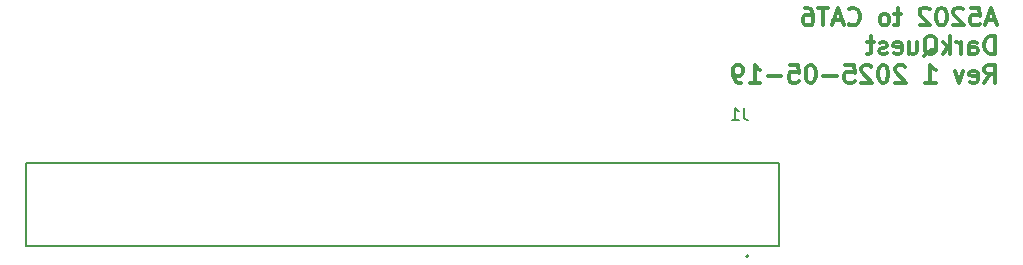
<source format=gbr>
%TF.GenerationSoftware,KiCad,Pcbnew,9.0.2*%
%TF.CreationDate,2025-06-11T08:11:14-04:00*%
%TF.ProjectId,DarkQuest_A5202_Adapter,4461726b-5175-4657-9374-5f4135323032,1*%
%TF.SameCoordinates,Original*%
%TF.FileFunction,Legend,Bot*%
%TF.FilePolarity,Positive*%
%FSLAX46Y46*%
G04 Gerber Fmt 4.6, Leading zero omitted, Abs format (unit mm)*
G04 Created by KiCad (PCBNEW 9.0.2) date 2025-06-11 08:11:14*
%MOMM*%
%LPD*%
G01*
G04 APERTURE LIST*
%ADD10C,0.300000*%
%ADD11C,0.150000*%
%ADD12C,0.200000*%
G04 APERTURE END LIST*
D10*
X154016917Y-68542425D02*
X153302632Y-68542425D01*
X154159774Y-68970996D02*
X153659774Y-67470996D01*
X153659774Y-67470996D02*
X153159774Y-68970996D01*
X151945489Y-67470996D02*
X152659775Y-67470996D01*
X152659775Y-67470996D02*
X152731203Y-68185282D01*
X152731203Y-68185282D02*
X152659775Y-68113853D01*
X152659775Y-68113853D02*
X152516918Y-68042425D01*
X152516918Y-68042425D02*
X152159775Y-68042425D01*
X152159775Y-68042425D02*
X152016918Y-68113853D01*
X152016918Y-68113853D02*
X151945489Y-68185282D01*
X151945489Y-68185282D02*
X151874060Y-68328139D01*
X151874060Y-68328139D02*
X151874060Y-68685282D01*
X151874060Y-68685282D02*
X151945489Y-68828139D01*
X151945489Y-68828139D02*
X152016918Y-68899568D01*
X152016918Y-68899568D02*
X152159775Y-68970996D01*
X152159775Y-68970996D02*
X152516918Y-68970996D01*
X152516918Y-68970996D02*
X152659775Y-68899568D01*
X152659775Y-68899568D02*
X152731203Y-68828139D01*
X151302632Y-67613853D02*
X151231204Y-67542425D01*
X151231204Y-67542425D02*
X151088347Y-67470996D01*
X151088347Y-67470996D02*
X150731204Y-67470996D01*
X150731204Y-67470996D02*
X150588347Y-67542425D01*
X150588347Y-67542425D02*
X150516918Y-67613853D01*
X150516918Y-67613853D02*
X150445489Y-67756710D01*
X150445489Y-67756710D02*
X150445489Y-67899568D01*
X150445489Y-67899568D02*
X150516918Y-68113853D01*
X150516918Y-68113853D02*
X151374061Y-68970996D01*
X151374061Y-68970996D02*
X150445489Y-68970996D01*
X149516918Y-67470996D02*
X149374061Y-67470996D01*
X149374061Y-67470996D02*
X149231204Y-67542425D01*
X149231204Y-67542425D02*
X149159776Y-67613853D01*
X149159776Y-67613853D02*
X149088347Y-67756710D01*
X149088347Y-67756710D02*
X149016918Y-68042425D01*
X149016918Y-68042425D02*
X149016918Y-68399568D01*
X149016918Y-68399568D02*
X149088347Y-68685282D01*
X149088347Y-68685282D02*
X149159776Y-68828139D01*
X149159776Y-68828139D02*
X149231204Y-68899568D01*
X149231204Y-68899568D02*
X149374061Y-68970996D01*
X149374061Y-68970996D02*
X149516918Y-68970996D01*
X149516918Y-68970996D02*
X149659776Y-68899568D01*
X149659776Y-68899568D02*
X149731204Y-68828139D01*
X149731204Y-68828139D02*
X149802633Y-68685282D01*
X149802633Y-68685282D02*
X149874061Y-68399568D01*
X149874061Y-68399568D02*
X149874061Y-68042425D01*
X149874061Y-68042425D02*
X149802633Y-67756710D01*
X149802633Y-67756710D02*
X149731204Y-67613853D01*
X149731204Y-67613853D02*
X149659776Y-67542425D01*
X149659776Y-67542425D02*
X149516918Y-67470996D01*
X148445490Y-67613853D02*
X148374062Y-67542425D01*
X148374062Y-67542425D02*
X148231205Y-67470996D01*
X148231205Y-67470996D02*
X147874062Y-67470996D01*
X147874062Y-67470996D02*
X147731205Y-67542425D01*
X147731205Y-67542425D02*
X147659776Y-67613853D01*
X147659776Y-67613853D02*
X147588347Y-67756710D01*
X147588347Y-67756710D02*
X147588347Y-67899568D01*
X147588347Y-67899568D02*
X147659776Y-68113853D01*
X147659776Y-68113853D02*
X148516919Y-68970996D01*
X148516919Y-68970996D02*
X147588347Y-68970996D01*
X146016919Y-67970996D02*
X145445491Y-67970996D01*
X145802634Y-67470996D02*
X145802634Y-68756710D01*
X145802634Y-68756710D02*
X145731205Y-68899568D01*
X145731205Y-68899568D02*
X145588348Y-68970996D01*
X145588348Y-68970996D02*
X145445491Y-68970996D01*
X144731205Y-68970996D02*
X144874062Y-68899568D01*
X144874062Y-68899568D02*
X144945491Y-68828139D01*
X144945491Y-68828139D02*
X145016919Y-68685282D01*
X145016919Y-68685282D02*
X145016919Y-68256710D01*
X145016919Y-68256710D02*
X144945491Y-68113853D01*
X144945491Y-68113853D02*
X144874062Y-68042425D01*
X144874062Y-68042425D02*
X144731205Y-67970996D01*
X144731205Y-67970996D02*
X144516919Y-67970996D01*
X144516919Y-67970996D02*
X144374062Y-68042425D01*
X144374062Y-68042425D02*
X144302634Y-68113853D01*
X144302634Y-68113853D02*
X144231205Y-68256710D01*
X144231205Y-68256710D02*
X144231205Y-68685282D01*
X144231205Y-68685282D02*
X144302634Y-68828139D01*
X144302634Y-68828139D02*
X144374062Y-68899568D01*
X144374062Y-68899568D02*
X144516919Y-68970996D01*
X144516919Y-68970996D02*
X144731205Y-68970996D01*
X141588348Y-68828139D02*
X141659776Y-68899568D01*
X141659776Y-68899568D02*
X141874062Y-68970996D01*
X141874062Y-68970996D02*
X142016919Y-68970996D01*
X142016919Y-68970996D02*
X142231205Y-68899568D01*
X142231205Y-68899568D02*
X142374062Y-68756710D01*
X142374062Y-68756710D02*
X142445491Y-68613853D01*
X142445491Y-68613853D02*
X142516919Y-68328139D01*
X142516919Y-68328139D02*
X142516919Y-68113853D01*
X142516919Y-68113853D02*
X142445491Y-67828139D01*
X142445491Y-67828139D02*
X142374062Y-67685282D01*
X142374062Y-67685282D02*
X142231205Y-67542425D01*
X142231205Y-67542425D02*
X142016919Y-67470996D01*
X142016919Y-67470996D02*
X141874062Y-67470996D01*
X141874062Y-67470996D02*
X141659776Y-67542425D01*
X141659776Y-67542425D02*
X141588348Y-67613853D01*
X141016919Y-68542425D02*
X140302634Y-68542425D01*
X141159776Y-68970996D02*
X140659776Y-67470996D01*
X140659776Y-67470996D02*
X140159776Y-68970996D01*
X139874062Y-67470996D02*
X139016920Y-67470996D01*
X139445491Y-68970996D02*
X139445491Y-67470996D01*
X137874063Y-67470996D02*
X138159777Y-67470996D01*
X138159777Y-67470996D02*
X138302634Y-67542425D01*
X138302634Y-67542425D02*
X138374063Y-67613853D01*
X138374063Y-67613853D02*
X138516920Y-67828139D01*
X138516920Y-67828139D02*
X138588348Y-68113853D01*
X138588348Y-68113853D02*
X138588348Y-68685282D01*
X138588348Y-68685282D02*
X138516920Y-68828139D01*
X138516920Y-68828139D02*
X138445491Y-68899568D01*
X138445491Y-68899568D02*
X138302634Y-68970996D01*
X138302634Y-68970996D02*
X138016920Y-68970996D01*
X138016920Y-68970996D02*
X137874063Y-68899568D01*
X137874063Y-68899568D02*
X137802634Y-68828139D01*
X137802634Y-68828139D02*
X137731205Y-68685282D01*
X137731205Y-68685282D02*
X137731205Y-68328139D01*
X137731205Y-68328139D02*
X137802634Y-68185282D01*
X137802634Y-68185282D02*
X137874063Y-68113853D01*
X137874063Y-68113853D02*
X138016920Y-68042425D01*
X138016920Y-68042425D02*
X138302634Y-68042425D01*
X138302634Y-68042425D02*
X138445491Y-68113853D01*
X138445491Y-68113853D02*
X138516920Y-68185282D01*
X138516920Y-68185282D02*
X138588348Y-68328139D01*
X153945489Y-71385912D02*
X153945489Y-69885912D01*
X153945489Y-69885912D02*
X153588346Y-69885912D01*
X153588346Y-69885912D02*
X153374060Y-69957341D01*
X153374060Y-69957341D02*
X153231203Y-70100198D01*
X153231203Y-70100198D02*
X153159774Y-70243055D01*
X153159774Y-70243055D02*
X153088346Y-70528769D01*
X153088346Y-70528769D02*
X153088346Y-70743055D01*
X153088346Y-70743055D02*
X153159774Y-71028769D01*
X153159774Y-71028769D02*
X153231203Y-71171626D01*
X153231203Y-71171626D02*
X153374060Y-71314484D01*
X153374060Y-71314484D02*
X153588346Y-71385912D01*
X153588346Y-71385912D02*
X153945489Y-71385912D01*
X151802632Y-71385912D02*
X151802632Y-70600198D01*
X151802632Y-70600198D02*
X151874060Y-70457341D01*
X151874060Y-70457341D02*
X152016917Y-70385912D01*
X152016917Y-70385912D02*
X152302632Y-70385912D01*
X152302632Y-70385912D02*
X152445489Y-70457341D01*
X151802632Y-71314484D02*
X151945489Y-71385912D01*
X151945489Y-71385912D02*
X152302632Y-71385912D01*
X152302632Y-71385912D02*
X152445489Y-71314484D01*
X152445489Y-71314484D02*
X152516917Y-71171626D01*
X152516917Y-71171626D02*
X152516917Y-71028769D01*
X152516917Y-71028769D02*
X152445489Y-70885912D01*
X152445489Y-70885912D02*
X152302632Y-70814484D01*
X152302632Y-70814484D02*
X151945489Y-70814484D01*
X151945489Y-70814484D02*
X151802632Y-70743055D01*
X151088346Y-71385912D02*
X151088346Y-70385912D01*
X151088346Y-70671626D02*
X151016917Y-70528769D01*
X151016917Y-70528769D02*
X150945489Y-70457341D01*
X150945489Y-70457341D02*
X150802631Y-70385912D01*
X150802631Y-70385912D02*
X150659774Y-70385912D01*
X150159775Y-71385912D02*
X150159775Y-69885912D01*
X150016918Y-70814484D02*
X149588346Y-71385912D01*
X149588346Y-70385912D02*
X150159775Y-70957341D01*
X147945489Y-71528769D02*
X148088346Y-71457341D01*
X148088346Y-71457341D02*
X148231203Y-71314484D01*
X148231203Y-71314484D02*
X148445489Y-71100198D01*
X148445489Y-71100198D02*
X148588346Y-71028769D01*
X148588346Y-71028769D02*
X148731203Y-71028769D01*
X148659774Y-71385912D02*
X148802632Y-71314484D01*
X148802632Y-71314484D02*
X148945489Y-71171626D01*
X148945489Y-71171626D02*
X149016917Y-70885912D01*
X149016917Y-70885912D02*
X149016917Y-70385912D01*
X149016917Y-70385912D02*
X148945489Y-70100198D01*
X148945489Y-70100198D02*
X148802632Y-69957341D01*
X148802632Y-69957341D02*
X148659774Y-69885912D01*
X148659774Y-69885912D02*
X148374060Y-69885912D01*
X148374060Y-69885912D02*
X148231203Y-69957341D01*
X148231203Y-69957341D02*
X148088346Y-70100198D01*
X148088346Y-70100198D02*
X148016917Y-70385912D01*
X148016917Y-70385912D02*
X148016917Y-70885912D01*
X148016917Y-70885912D02*
X148088346Y-71171626D01*
X148088346Y-71171626D02*
X148231203Y-71314484D01*
X148231203Y-71314484D02*
X148374060Y-71385912D01*
X148374060Y-71385912D02*
X148659774Y-71385912D01*
X146731203Y-70385912D02*
X146731203Y-71385912D01*
X147374060Y-70385912D02*
X147374060Y-71171626D01*
X147374060Y-71171626D02*
X147302631Y-71314484D01*
X147302631Y-71314484D02*
X147159774Y-71385912D01*
X147159774Y-71385912D02*
X146945488Y-71385912D01*
X146945488Y-71385912D02*
X146802631Y-71314484D01*
X146802631Y-71314484D02*
X146731203Y-71243055D01*
X145445488Y-71314484D02*
X145588345Y-71385912D01*
X145588345Y-71385912D02*
X145874060Y-71385912D01*
X145874060Y-71385912D02*
X146016917Y-71314484D01*
X146016917Y-71314484D02*
X146088345Y-71171626D01*
X146088345Y-71171626D02*
X146088345Y-70600198D01*
X146088345Y-70600198D02*
X146016917Y-70457341D01*
X146016917Y-70457341D02*
X145874060Y-70385912D01*
X145874060Y-70385912D02*
X145588345Y-70385912D01*
X145588345Y-70385912D02*
X145445488Y-70457341D01*
X145445488Y-70457341D02*
X145374060Y-70600198D01*
X145374060Y-70600198D02*
X145374060Y-70743055D01*
X145374060Y-70743055D02*
X146088345Y-70885912D01*
X144802631Y-71314484D02*
X144659774Y-71385912D01*
X144659774Y-71385912D02*
X144374060Y-71385912D01*
X144374060Y-71385912D02*
X144231203Y-71314484D01*
X144231203Y-71314484D02*
X144159774Y-71171626D01*
X144159774Y-71171626D02*
X144159774Y-71100198D01*
X144159774Y-71100198D02*
X144231203Y-70957341D01*
X144231203Y-70957341D02*
X144374060Y-70885912D01*
X144374060Y-70885912D02*
X144588346Y-70885912D01*
X144588346Y-70885912D02*
X144731203Y-70814484D01*
X144731203Y-70814484D02*
X144802631Y-70671626D01*
X144802631Y-70671626D02*
X144802631Y-70600198D01*
X144802631Y-70600198D02*
X144731203Y-70457341D01*
X144731203Y-70457341D02*
X144588346Y-70385912D01*
X144588346Y-70385912D02*
X144374060Y-70385912D01*
X144374060Y-70385912D02*
X144231203Y-70457341D01*
X143731202Y-70385912D02*
X143159774Y-70385912D01*
X143516917Y-69885912D02*
X143516917Y-71171626D01*
X143516917Y-71171626D02*
X143445488Y-71314484D01*
X143445488Y-71314484D02*
X143302631Y-71385912D01*
X143302631Y-71385912D02*
X143159774Y-71385912D01*
X153088346Y-73800828D02*
X153588346Y-73086542D01*
X153945489Y-73800828D02*
X153945489Y-72300828D01*
X153945489Y-72300828D02*
X153374060Y-72300828D01*
X153374060Y-72300828D02*
X153231203Y-72372257D01*
X153231203Y-72372257D02*
X153159774Y-72443685D01*
X153159774Y-72443685D02*
X153088346Y-72586542D01*
X153088346Y-72586542D02*
X153088346Y-72800828D01*
X153088346Y-72800828D02*
X153159774Y-72943685D01*
X153159774Y-72943685D02*
X153231203Y-73015114D01*
X153231203Y-73015114D02*
X153374060Y-73086542D01*
X153374060Y-73086542D02*
X153945489Y-73086542D01*
X151874060Y-73729400D02*
X152016917Y-73800828D01*
X152016917Y-73800828D02*
X152302632Y-73800828D01*
X152302632Y-73800828D02*
X152445489Y-73729400D01*
X152445489Y-73729400D02*
X152516917Y-73586542D01*
X152516917Y-73586542D02*
X152516917Y-73015114D01*
X152516917Y-73015114D02*
X152445489Y-72872257D01*
X152445489Y-72872257D02*
X152302632Y-72800828D01*
X152302632Y-72800828D02*
X152016917Y-72800828D01*
X152016917Y-72800828D02*
X151874060Y-72872257D01*
X151874060Y-72872257D02*
X151802632Y-73015114D01*
X151802632Y-73015114D02*
X151802632Y-73157971D01*
X151802632Y-73157971D02*
X152516917Y-73300828D01*
X151302632Y-72800828D02*
X150945489Y-73800828D01*
X150945489Y-73800828D02*
X150588346Y-72800828D01*
X148088346Y-73800828D02*
X148945489Y-73800828D01*
X148516918Y-73800828D02*
X148516918Y-72300828D01*
X148516918Y-72300828D02*
X148659775Y-72515114D01*
X148659775Y-72515114D02*
X148802632Y-72657971D01*
X148802632Y-72657971D02*
X148945489Y-72729400D01*
X146374061Y-72443685D02*
X146302633Y-72372257D01*
X146302633Y-72372257D02*
X146159776Y-72300828D01*
X146159776Y-72300828D02*
X145802633Y-72300828D01*
X145802633Y-72300828D02*
X145659776Y-72372257D01*
X145659776Y-72372257D02*
X145588347Y-72443685D01*
X145588347Y-72443685D02*
X145516918Y-72586542D01*
X145516918Y-72586542D02*
X145516918Y-72729400D01*
X145516918Y-72729400D02*
X145588347Y-72943685D01*
X145588347Y-72943685D02*
X146445490Y-73800828D01*
X146445490Y-73800828D02*
X145516918Y-73800828D01*
X144588347Y-72300828D02*
X144445490Y-72300828D01*
X144445490Y-72300828D02*
X144302633Y-72372257D01*
X144302633Y-72372257D02*
X144231205Y-72443685D01*
X144231205Y-72443685D02*
X144159776Y-72586542D01*
X144159776Y-72586542D02*
X144088347Y-72872257D01*
X144088347Y-72872257D02*
X144088347Y-73229400D01*
X144088347Y-73229400D02*
X144159776Y-73515114D01*
X144159776Y-73515114D02*
X144231205Y-73657971D01*
X144231205Y-73657971D02*
X144302633Y-73729400D01*
X144302633Y-73729400D02*
X144445490Y-73800828D01*
X144445490Y-73800828D02*
X144588347Y-73800828D01*
X144588347Y-73800828D02*
X144731205Y-73729400D01*
X144731205Y-73729400D02*
X144802633Y-73657971D01*
X144802633Y-73657971D02*
X144874062Y-73515114D01*
X144874062Y-73515114D02*
X144945490Y-73229400D01*
X144945490Y-73229400D02*
X144945490Y-72872257D01*
X144945490Y-72872257D02*
X144874062Y-72586542D01*
X144874062Y-72586542D02*
X144802633Y-72443685D01*
X144802633Y-72443685D02*
X144731205Y-72372257D01*
X144731205Y-72372257D02*
X144588347Y-72300828D01*
X143516919Y-72443685D02*
X143445491Y-72372257D01*
X143445491Y-72372257D02*
X143302634Y-72300828D01*
X143302634Y-72300828D02*
X142945491Y-72300828D01*
X142945491Y-72300828D02*
X142802634Y-72372257D01*
X142802634Y-72372257D02*
X142731205Y-72443685D01*
X142731205Y-72443685D02*
X142659776Y-72586542D01*
X142659776Y-72586542D02*
X142659776Y-72729400D01*
X142659776Y-72729400D02*
X142731205Y-72943685D01*
X142731205Y-72943685D02*
X143588348Y-73800828D01*
X143588348Y-73800828D02*
X142659776Y-73800828D01*
X141302634Y-72300828D02*
X142016920Y-72300828D01*
X142016920Y-72300828D02*
X142088348Y-73015114D01*
X142088348Y-73015114D02*
X142016920Y-72943685D01*
X142016920Y-72943685D02*
X141874063Y-72872257D01*
X141874063Y-72872257D02*
X141516920Y-72872257D01*
X141516920Y-72872257D02*
X141374063Y-72943685D01*
X141374063Y-72943685D02*
X141302634Y-73015114D01*
X141302634Y-73015114D02*
X141231205Y-73157971D01*
X141231205Y-73157971D02*
X141231205Y-73515114D01*
X141231205Y-73515114D02*
X141302634Y-73657971D01*
X141302634Y-73657971D02*
X141374063Y-73729400D01*
X141374063Y-73729400D02*
X141516920Y-73800828D01*
X141516920Y-73800828D02*
X141874063Y-73800828D01*
X141874063Y-73800828D02*
X142016920Y-73729400D01*
X142016920Y-73729400D02*
X142088348Y-73657971D01*
X140588349Y-73229400D02*
X139445492Y-73229400D01*
X138445491Y-72300828D02*
X138302634Y-72300828D01*
X138302634Y-72300828D02*
X138159777Y-72372257D01*
X138159777Y-72372257D02*
X138088349Y-72443685D01*
X138088349Y-72443685D02*
X138016920Y-72586542D01*
X138016920Y-72586542D02*
X137945491Y-72872257D01*
X137945491Y-72872257D02*
X137945491Y-73229400D01*
X137945491Y-73229400D02*
X138016920Y-73515114D01*
X138016920Y-73515114D02*
X138088349Y-73657971D01*
X138088349Y-73657971D02*
X138159777Y-73729400D01*
X138159777Y-73729400D02*
X138302634Y-73800828D01*
X138302634Y-73800828D02*
X138445491Y-73800828D01*
X138445491Y-73800828D02*
X138588349Y-73729400D01*
X138588349Y-73729400D02*
X138659777Y-73657971D01*
X138659777Y-73657971D02*
X138731206Y-73515114D01*
X138731206Y-73515114D02*
X138802634Y-73229400D01*
X138802634Y-73229400D02*
X138802634Y-72872257D01*
X138802634Y-72872257D02*
X138731206Y-72586542D01*
X138731206Y-72586542D02*
X138659777Y-72443685D01*
X138659777Y-72443685D02*
X138588349Y-72372257D01*
X138588349Y-72372257D02*
X138445491Y-72300828D01*
X136588349Y-72300828D02*
X137302635Y-72300828D01*
X137302635Y-72300828D02*
X137374063Y-73015114D01*
X137374063Y-73015114D02*
X137302635Y-72943685D01*
X137302635Y-72943685D02*
X137159778Y-72872257D01*
X137159778Y-72872257D02*
X136802635Y-72872257D01*
X136802635Y-72872257D02*
X136659778Y-72943685D01*
X136659778Y-72943685D02*
X136588349Y-73015114D01*
X136588349Y-73015114D02*
X136516920Y-73157971D01*
X136516920Y-73157971D02*
X136516920Y-73515114D01*
X136516920Y-73515114D02*
X136588349Y-73657971D01*
X136588349Y-73657971D02*
X136659778Y-73729400D01*
X136659778Y-73729400D02*
X136802635Y-73800828D01*
X136802635Y-73800828D02*
X137159778Y-73800828D01*
X137159778Y-73800828D02*
X137302635Y-73729400D01*
X137302635Y-73729400D02*
X137374063Y-73657971D01*
X135874064Y-73229400D02*
X134731207Y-73229400D01*
X133231206Y-73800828D02*
X134088349Y-73800828D01*
X133659778Y-73800828D02*
X133659778Y-72300828D01*
X133659778Y-72300828D02*
X133802635Y-72515114D01*
X133802635Y-72515114D02*
X133945492Y-72657971D01*
X133945492Y-72657971D02*
X134088349Y-72729400D01*
X132516921Y-73800828D02*
X132231207Y-73800828D01*
X132231207Y-73800828D02*
X132088350Y-73729400D01*
X132088350Y-73729400D02*
X132016921Y-73657971D01*
X132016921Y-73657971D02*
X131874064Y-73443685D01*
X131874064Y-73443685D02*
X131802635Y-73157971D01*
X131802635Y-73157971D02*
X131802635Y-72586542D01*
X131802635Y-72586542D02*
X131874064Y-72443685D01*
X131874064Y-72443685D02*
X131945493Y-72372257D01*
X131945493Y-72372257D02*
X132088350Y-72300828D01*
X132088350Y-72300828D02*
X132374064Y-72300828D01*
X132374064Y-72300828D02*
X132516921Y-72372257D01*
X132516921Y-72372257D02*
X132588350Y-72443685D01*
X132588350Y-72443685D02*
X132659778Y-72586542D01*
X132659778Y-72586542D02*
X132659778Y-72943685D01*
X132659778Y-72943685D02*
X132588350Y-73086542D01*
X132588350Y-73086542D02*
X132516921Y-73157971D01*
X132516921Y-73157971D02*
X132374064Y-73229400D01*
X132374064Y-73229400D02*
X132088350Y-73229400D01*
X132088350Y-73229400D02*
X131945493Y-73157971D01*
X131945493Y-73157971D02*
X131874064Y-73086542D01*
X131874064Y-73086542D02*
X131802635Y-72943685D01*
D11*
X132708333Y-75933819D02*
X132708333Y-76648104D01*
X132708333Y-76648104D02*
X132755952Y-76790961D01*
X132755952Y-76790961D02*
X132851190Y-76886200D01*
X132851190Y-76886200D02*
X132994047Y-76933819D01*
X132994047Y-76933819D02*
X133089285Y-76933819D01*
X131708333Y-76933819D02*
X132279761Y-76933819D01*
X131994047Y-76933819D02*
X131994047Y-75933819D01*
X131994047Y-75933819D02*
X132089285Y-76076676D01*
X132089285Y-76076676D02*
X132184523Y-76171914D01*
X132184523Y-76171914D02*
X132279761Y-76219533D01*
D12*
%TO.C,J1*%
X71900000Y-80614000D02*
X71900000Y-87614000D01*
X71900000Y-87614000D02*
X135700000Y-87614000D01*
X135700000Y-80614000D02*
X71900000Y-80614000D01*
X135700000Y-87614000D02*
X135700000Y-80614000D01*
X133100000Y-88514000D02*
G75*
G02*
X132900000Y-88514000I-100000J0D01*
G01*
X132900000Y-88514000D02*
G75*
G02*
X133100000Y-88514000I100000J0D01*
G01*
%TD*%
M02*

</source>
